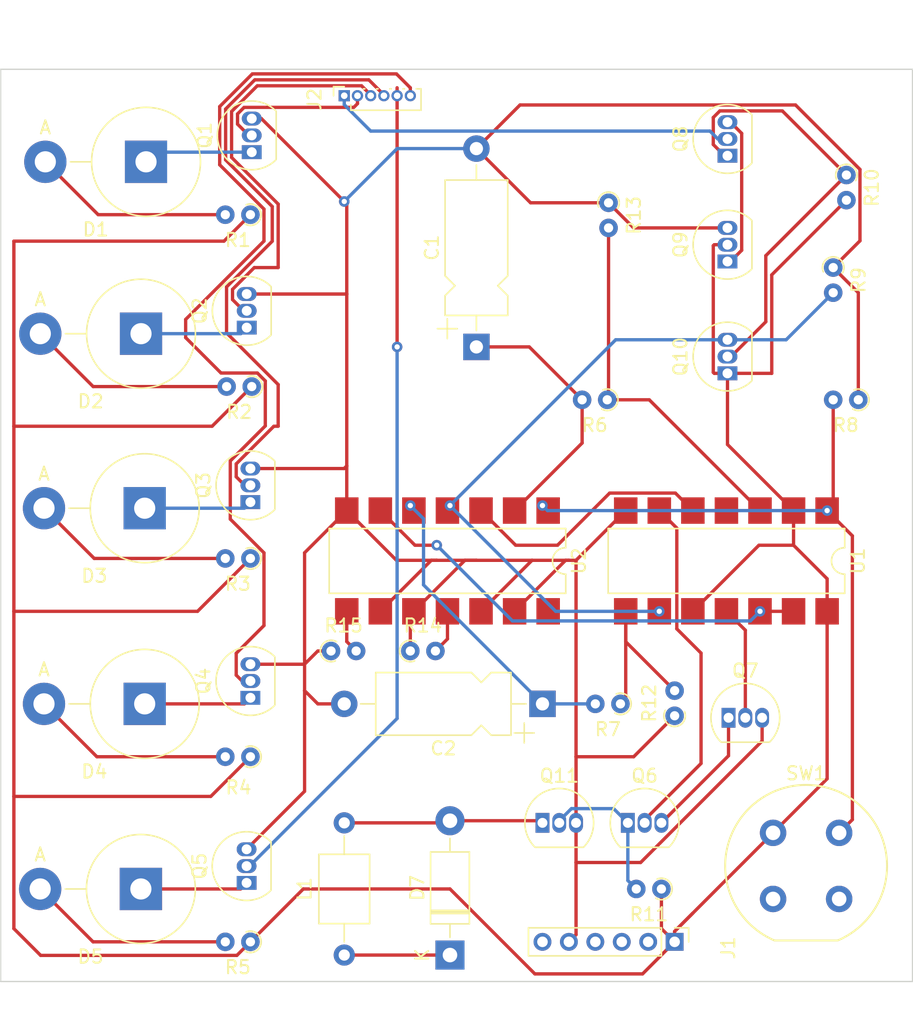
<source format=kicad_pcb>
(kicad_pcb (version 20221018) (generator pcbnew)
  (layers (0 "F.Cu" signal) (31 "B.Cu" signal) (34 "B.Paste" user) (35 "F.Paste" user) (36 "B.SilkS" user "B.Silkscreen") (37 "F.SilkS" user "F.Silkscreen") (38 "B.Mask" user) (39 "F.Mask" user) (44 "Edge.Cuts" user))
  (net 0 "")
  (net 1 "Net-(C1-Pad1)")
  (net 2 "GND")
  (net 3 "Net-(C2-Pad1)")
  (net 4 "Net-(D1-K)")
  (net 5 "Net-(D1-A)")
  (net 6 "Net-(D2-K)")
  (net 7 "Net-(D2-A)")
  (net 8 "Net-(D3-K)")
  (net 9 "Net-(D3-A)")
  (net 10 "Net-(D4-K)")
  (net 11 "Net-(D4-A)")
  (net 12 "Net-(D5-K)")
  (net 13 "Net-(D5-A)")
  (net 14 "+12V")
  (net 15 "Net-(D7-A)")
  (net 16 "+5VD")
  (net 17 "Net-(J2-Pin_1)")
  (net 18 "Net-(J2-Pin_2)")
  (net 19 "Net-(J2-Pin_3)")
  (net 20 "Net-(J2-Pin_4)")
  (net 21 "Net-(J2-Pin_5)")
  (net 22 "Net-(J2-Pin_6)")
  (net 23 "Net-(Q11-G)")
  (net 24 "Net-(Q6-G)")
  (net 25 "Net-(Q6-D)")
  (net 26 "Net-(Q7-G)")
  (net 27 "Net-(Q10-G)")
  (net 28 "Net-(Q8-D)")
  (net 29 "Net-(Q10-D)")
  (net 30 "Net-(R13-Pad2)")
  (net 31 "Net-(R12-Pad2)")
  (net 32 "Net-(R8-Pad2)")
  (net 33 "Net-(R14-Pad2)")
  (net 34 "Net-(R15-Pad2)")
  (net 35 "Net-(U1-Pad4)")
  (net 36 "Net-(U1-Pad12)")
  (footprint "Package_TO_SOT_THT:TO-92_Inline" (layer "F.Cu") (at 139.46 122)
    (fp_text reference "Q6" (at 1.27 -3.56) (layer "F.SilkS"))
    (fp_text value "2N7000")
    (pad "1" thru_hole rect (at 0 0) (size 1.05 1.5) (drill 0.75) (layers "*.Cu" "*.Mask") (net 23 "Net-(Q11-G)"))
    (pad "2" thru_hole oval (at 1.27 0) (size 1.05 1.5) (drill 0.75) (layers "*.Cu" "*.Mask") (net 24 "Net-(Q6-G)"))
    (pad "3" thru_hole oval (at 2.54 0) (size 1.05 1.5) (drill 0.75) (layers "*.Cu" "*.Mask") (net 25 "Net-(Q6-D)"))
  )
  (footprint "Diode_THT:D_5KPW_P7.62mm_Vertical_AnodeUp" (layer "F.Cu") (at 102.61 127 180)
    (fp_text reference "D5" (at 3.81 -5.12) (layer "F.SilkS"))
    (fp_text value "LED (Blue)")
    (fp_text user "A" (at 7.62 2.6) (layer "F.SilkS"))
    (pad "1" thru_hole rect (at 0 0 180) (size 3.2 3.2) (drill 1.6) (layers "*.Cu" "*.Mask") (net 12 "Net-(D5-K)"))
    (pad "2" thru_hole oval (at 7.62 0 180) (size 3.2 3.2) (drill 1.6) (layers "*.Cu" "*.Mask") (net 13 "Net-(D5-A)"))
  )
  (footprint "Resistor_THT:R_Axial_DIN0204_L3.6mm_D1.6mm_P1.90mm_Vertical" (layer "F.Cu") (at 156.9 90 180)
    (fp_text reference "R8" (at 0.95 -1.92) (layer "F.SilkS"))
    (fp_text value "1k")
    (pad "1" thru_hole circle (at 0 0 180) (size 1.4 1.4) (drill 0.7) (layers "*.Cu" "*.Mask") (net 2 "GND"))
    (pad "2" thru_hole oval (at 1.9 0 180) (size 1.4 1.4) (drill 0.7) (layers "*.Cu" "*.Mask") (net 32 "Net-(R8-Pad2)"))
  )
  (footprint "Package_TO_SOT_THT:TO-92_Inline" (layer "F.Cu") (at 111 71.27 90)
    (fp_text reference "Q1" (at 1.27 -3.56 90) (layer "F.SilkS"))
    (fp_text value "2N7000")
    (pad "1" thru_hole rect (at 0 0 90) (size 1.05 1.5) (drill 0.75) (layers "*.Cu" "*.Mask") (net 4 "Net-(D1-K)"))
    (pad "2" thru_hole oval (at 1.27 0 90) (size 1.05 1.5) (drill 0.75) (layers "*.Cu" "*.Mask") (net 18 "Net-(J2-Pin_2)"))
    (pad "3" thru_hole oval (at 2.54 0 90) (size 1.05 1.5) (drill 0.75) (layers "*.Cu" "*.Mask") (net 2 "GND"))
  )
  (footprint "Resistor_THT:R_Axial_DIN0204_L3.6mm_D1.6mm_P1.90mm_Vertical" (layer "F.Cu") (at 137.9 90 180)
    (fp_text reference "R6" (at 0.95 -1.92) (layer "F.SilkS"))
    (fp_text value "1M")
    (pad "1" thru_hole circle (at 0 0 180) (size 1.4 1.4) (drill 0.7) (layers "*.Cu" "*.Mask") (net 30 "Net-(R13-Pad2)"))
    (pad "2" thru_hole oval (at 1.9 0 180) (size 1.4 1.4) (drill 0.7) (layers "*.Cu" "*.Mask") (net 1 "Net-(C1-Pad1)"))
  )
  (footprint "Package_DIP:SMDIP-14_W7.62mm" (layer "F.Cu") (at 125.81 102.19 -90)
    (fp_text reference "U2" (at 0 -9.95 90) (layer "F.SilkS"))
    (fp_text value "74HC08")
    (pad "1" smd rect (at -3.81 -7.62 270) (size 2 1.78) (layers "F.Cu" "F.Paste" "F.Mask") (net 32 "Net-(R8-Pad2)"))
    (pad "2" smd rect (at -3.81 -5.08 270) (size 2 1.78) (layers "F.Cu" "F.Paste" "F.Mask") (net 1 "Net-(C1-Pad1)"))
    (pad "3" smd rect (at -3.81 -2.54 270) (size 2 1.78) (layers "F.Cu" "F.Paste" "F.Mask") (net 35 "Net-(U1-Pad4)"))
    (pad "4" smd rect (at -3.81 0 270) (size 2 1.78) (layers "F.Cu" "F.Paste" "F.Mask") (net 29 "Net-(Q10-D)"))
    (pad "5" smd rect (at -3.81 2.54 270) (size 2 1.78) (layers "F.Cu" "F.Paste" "F.Mask") (net 3 "Net-(C2-Pad1)"))
    (pad "6" smd rect (at -3.81 5.08 270) (size 2 1.78) (layers "F.Cu" "F.Paste" "F.Mask") (net 36 "Net-(U1-Pad12)"))
    (pad "7" smd rect (at -3.81 7.62 270) (size 2 1.78) (layers "F.Cu" "F.Paste" "F.Mask") (net 2 "GND"))
    (pad "8" smd rect (at 3.81 7.62 270) (size 2 1.78) (layers "F.Cu" "F.Paste" "F.Mask") (net 34 "Net-(R15-Pad2)"))
    (pad "9" smd rect (at 3.81 5.08 270) (size 2 1.78) (layers "F.Cu" "F.Paste" "F.Mask") (net 2 "GND"))
    (pad "10" smd rect (at 3.81 2.54 270) (size 2 1.78) (layers "F.Cu" "F.Paste" "F.Mask") (net 2 "GND"))
    (pad "11" smd rect (at 3.81 0 270) (size 2 1.78) (layers "F.Cu" "F.Paste" "F.Mask") (net 33 "Net-(R14-Pad2)"))
    (pad "12" smd rect (at 3.81 -2.54 270) (size 2 1.78) (layers "F.Cu" "F.Paste" "F.Mask") (net 2 "GND"))
    (pad "13" smd rect (at 3.81 -5.08 270) (size 2 1.78) (layers "F.Cu" "F.Paste" "F.Mask") (net 2 "GND"))
    (pad "14" smd rect (at 3.81 -7.62 270) (size 2 1.78) (layers "F.Cu" "F.Paste" "F.Mask") (net 16 "+5VD"))
  )
  (footprint "Package_TO_SOT_THT:TO-92_Inline" (layer "F.Cu") (at 110.9 97.74 90)
    (fp_text reference "Q3" (at 1.27 -3.56 90) (layer "F.SilkS"))
    (fp_text value "2N7000")
    (pad "1" thru_hole rect (at 0 0 90) (size 1.05 1.5) (drill 0.75) (layers "*.Cu" "*.Mask") (net 8 "Net-(D3-K)"))
    (pad "2" thru_hole oval (at 1.27 0 90) (size 1.05 1.5) (drill 0.75) (layers "*.Cu" "*.Mask") (net 20 "Net-(J2-Pin_4)"))
    (pad "3" thru_hole oval (at 2.54 0 90) (size 1.05 1.5) (drill 0.75) (layers "*.Cu" "*.Mask") (net 2 "GND"))
  )
  (footprint "Resistor_THT:R_Axial_DIN0204_L3.6mm_D1.6mm_P1.90mm_Vertical" (layer "F.Cu") (at 123 109)
    (fp_text reference "R14" (at 0.95 -1.92) (layer "F.SilkS"))
    (fp_text value "1k")
    (pad "1" thru_hole circle (at 0 0) (size 1.4 1.4) (drill 0.7) (layers "*.Cu" "*.Mask") (net 2 "GND"))
    (pad "2" thru_hole oval (at 1.9 0) (size 1.4 1.4) (drill 0.7) (layers "*.Cu" "*.Mask") (net 33 "Net-(R14-Pad2)"))
  )
  (footprint "Package_TO_SOT_THT:TO-92_Inline" (layer "F.Cu") (at 110.9 112.54 90)
    (fp_text reference "Q4" (at 1.27 -3.56 90) (layer "F.SilkS"))
    (fp_text value "2N7000")
    (pad "1" thru_hole rect (at 0 0 90) (size 1.05 1.5) (drill 0.75) (layers "*.Cu" "*.Mask") (net 10 "Net-(D4-K)"))
    (pad "2" thru_hole oval (at 1.27 0 90) (size 1.05 1.5) (drill 0.75) (layers "*.Cu" "*.Mask") (net 22 "Net-(J2-Pin_6)"))
    (pad "3" thru_hole oval (at 2.54 0 90) (size 1.05 1.5) (drill 0.75) (layers "*.Cu" "*.Mask") (net 2 "GND"))
  )
  (footprint "Resistor_THT:R_Axial_DIN0204_L3.6mm_D1.6mm_P1.90mm_Vertical" (layer "F.Cu") (at 111 89 180)
    (fp_text reference "R2" (at 0.95 -1.92) (layer "F.SilkS"))
    (fp_text value "330")
    (pad "1" thru_hole circle (at 0 0 180) (size 1.4 1.4) (drill 0.7) (layers "*.Cu" "*.Mask") (net 16 "+5VD"))
    (pad "2" thru_hole oval (at 1.9 0 180) (size 1.4 1.4) (drill 0.7) (layers "*.Cu" "*.Mask") (net 7 "Net-(D2-A)"))
  )
  (footprint "Button_Switch_THT:Push_E-Switch_KS01Q01" (layer "F.Cu") (at 150.45 122.756258)
    (fp_text reference "SW1" (at 2.5 -4.5) (layer "F.SilkS"))
    (fp_text value "SW_Push")
    (pad "1" thru_hole circle (at 0 0) (size 2 2) (drill 1.1) (layers "*.Cu" "*.Mask") (net 16 "+5VD"))
    (pad "2" thru_hole circle (at 5 0) (size 2 2) (drill 1.1) (layers "*.Cu" "*.Mask") (net 32 "Net-(R8-Pad2)"))
    (pad "3" thru_hole circle (at 0 5) (size 2 2) (drill 1.1) (layers "*.Cu" "*.Mask"))
    (pad "4" thru_hole circle (at 5 5) (size 2 2) (drill 1.1) (layers "*.Cu" "*.Mask"))
  )
  (footprint "Package_TO_SOT_THT:TO-92_Inline" (layer "F.Cu") (at 147.08 114.05)
    (fp_text reference "Q7" (at 1.27 -3.56) (layer "F.SilkS"))
    (fp_text value "2N7000")
    (pad "1" thru_hole rect (at 0 0) (size 1.05 1.5) (drill 0.75) (layers "*.Cu" "*.Mask") (net 25 "Net-(Q6-D)"))
    (pad "2" thru_hole oval (at 1.27 0) (size 1.05 1.5) (drill 0.75) (layers "*.Cu" "*.Mask") (net 26 "Net-(Q7-G)"))
    (pad "3" thru_hole oval (at 2.54 0) (size 1.05 1.5) (drill 0.75) (layers "*.Cu" "*.Mask") (net 2 "GND"))
  )
  (footprint "Diode_THT:D_5KPW_P7.62mm_Vertical_AnodeUp" (layer "F.Cu") (at 103 72 180)
    (fp_text reference "D1" (at 3.81 -5.12) (layer "F.SilkS"))
    (fp_text value "LED (Green)")
    (fp_text user "A" (at 7.62 2.6) (layer "F.SilkS"))
    (pad "1" thru_hole rect (at 0 0 180) (size 3.2 3.2) (drill 1.6) (layers "*.Cu" "*.Mask") (net 4 "Net-(D1-K)"))
    (pad "2" thru_hole oval (at 7.62 0 180) (size 3.2 3.2) (drill 1.6) (layers "*.Cu" "*.Mask") (net 5 "Net-(D1-A)"))
  )
  (footprint "Diode_THT:D_5KPW_P7.62mm_Vertical_AnodeUp" (layer "F.Cu") (at 102.9 98.2 180)
    (fp_text reference "D3" (at 3.81 -5.12) (layer "F.SilkS"))
    (fp_text value "LED (White)")
    (fp_text user "A" (at 7.62 2.6) (layer "F.SilkS"))
    (pad "1" thru_hole rect (at 0 0 180) (size 3.2 3.2) (drill 1.6) (layers "*.Cu" "*.Mask") (net 8 "Net-(D3-K)"))
    (pad "2" thru_hole oval (at 7.62 0 180) (size 3.2 3.2) (drill 1.6) (layers "*.Cu" "*.Mask") (net 9 "Net-(D3-A)"))
  )
  (footprint "Resistor_THT:R_Axial_DIN0204_L3.6mm_D1.6mm_P1.90mm_Vertical" (layer "F.Cu") (at 110.9 102 180)
    (fp_text reference "R3" (at 0.95 -1.92) (layer "F.SilkS"))
    (fp_text value "330")
    (pad "1" thru_hole circle (at 0 0 180) (size 1.4 1.4) (drill 0.7) (layers "*.Cu" "*.Mask") (net 16 "+5VD"))
    (pad "2" thru_hole oval (at 1.9 0 180) (size 1.4 1.4) (drill 0.7) (layers "*.Cu" "*.Mask") (net 9 "Net-(D3-A)"))
  )
  (footprint "Resistor_THT:R_Axial_DIN0204_L3.6mm_D1.6mm_P1.90mm_Vertical" (layer "F.Cu") (at 110.9 117 180)
    (fp_text reference "R4" (at 0.905023 -2.327913) (layer "F.SilkS"))
    (fp_text value "330")
    (pad "1" thru_hole circle (at 0 0 180) (size 1.4 1.4) (drill 0.7) (layers "*.Cu" "*.Mask") (net 16 "+5VD"))
    (pad "2" thru_hole oval (at 1.9 0 180) (size 1.4 1.4) (drill 0.7) (layers "*.Cu" "*.Mask") (net 11 "Net-(D4-A)"))
  )
  (footprint "Resistor_THT:R_Axial_DIN0204_L3.6mm_D1.6mm_P1.90mm_Vertical" (layer "F.Cu") (at 155 80 -90)
    (fp_text reference "R9" (at 0.95 -1.92 90) (layer "F.SilkS"))
    (fp_text value "1k")
    (pad "1" thru_hole circle (at 0 0 270) (size 1.4 1.4) (drill 0.7) (layers "*.Cu" "*.Mask") (net 2 "GND"))
    (pad "2" thru_hole oval (at 1.9 0 270) (size 1.4 1.4) (drill 0.7) (layers "*.Cu" "*.Mask") (net 29 "Net-(Q10-D)"))
  )
  (footprint "Package_TO_SOT_THT:TO-92_Inline" (layer "F.Cu") (at 110.61 126.54 90)
    (fp_text reference "Q5" (at 1.27 -3.56 90) (layer "F.SilkS"))
    (fp_text value "2N7000")
    (pad "1" thru_hole rect (at 0 0 90) (size 1.05 1.5) (drill 0.75) (layers "*.Cu" "*.Mask") (net 12 "Net-(D5-K)"))
    (pad "2" thru_hole oval (at 1.27 0 90) (size 1.05 1.5) (drill 0.75) (layers "*.Cu" "*.Mask") (net 21 "Net-(J2-Pin_5)"))
    (pad "3" thru_hole oval (at 2.54 0 90) (size 1.05 1.5) (drill 0.75) (layers "*.Cu" "*.Mask") (net 2 "GND"))
  )
  (footprint "Resistor_THT:R_Axial_DIN0204_L3.6mm_D1.6mm_P1.90mm_Vertical" (layer "F.Cu") (at 142 127 180)
    (fp_text reference "R11" (at 0.95 -1.92) (layer "F.SilkS"))
    (fp_text value "1k")
    (pad "1" thru_hole circle (at 0 0 180) (size 1.4 1.4) (drill 0.7) (layers "*.Cu" "*.Mask") (net 16 "+5VD"))
    (pad "2" thru_hole oval (at 1.9 0 180) (size 1.4 1.4) (drill 0.7) (layers "*.Cu" "*.Mask") (net 23 "Net-(Q11-G)"))
  )
  (footprint "Connector_PinHeader_2.00mm:PinHeader_1x06_P2.00mm_Vertical" (layer "F.Cu") (at 143 131 -90)
    (fp_text reference "J1" (at 0.46 -4.06 90) (layer "F.SilkS"))
    (fp_text value "Conn_01x06_Pin")
    (pad "1" thru_hole rect (at 0 0 270) (size 1.35 1.35) (drill 0.8) (layers "*.Cu" "*.Mask") (net 16 "+5VD"))
    (pad "2" thru_hole oval (at 0 2 270) (size 1.35 1.35) (drill 0.8) (layers "*.Cu" "*.Mask") (net 2 "GND"))
    (pad "3" thru_hole oval (at 0 4 270) (size 1.35 1.35) (drill 0.8) (layers "*.Cu" "*.Mask") (net 2 "GND"))
    (pad "4" thru_hole oval (at 0 6 270) (size 1.35 1.35) (drill 0.8) (layers "*.Cu" "*.Mask") (net 2 "GND"))
    (pad "5" thru_hole oval (at 0 8 270) (size 1.35 1.35) (drill 0.8) (layers "*.Cu" "*.Mask") (net 2 "GND"))
    (pad "6" thru_hole oval (at 0 10 270) (size 1.35 1.35) (drill 0.8) (layers "*.Cu" "*.Mask") (net 2 "GND"))
  )
  (footprint "Resistor_THT:R_Axial_DIN0204_L3.6mm_D1.6mm_P1.90mm_Vertical" (layer "F.Cu") (at 117 109)
    (fp_text reference "R15" (at 0.95 -1.92) (layer "F.SilkS"))
    (fp_text value "1k")
    (pad "1" thru_hole circle (at 0 0) (size 1.4 1.4) (drill 0.7) (layers "*.Cu" "*.Mask") (net 2 "GND"))
    (pad "2" thru_hole oval (at 1.9 0) (size 1.4 1.4) (drill 0.7) (layers "*.Cu" "*.Mask") (net 34 "Net-(R15-Pad2)"))
  )
  (footprint "Resistor_THT:R_Axial_DIN0204_L3.6mm_D1.6mm_P1.90mm_Vertical" (layer "F.Cu") (at 156 73 -90)
    (fp_text reference "R10" (at 0.95 -1.92 90) (layer "F.SilkS"))
    (fp_text value "1k")
    (pad "1" thru_hole circle (at 0 0 270) (size 1.4 1.4) (drill 0.7) (layers "*.Cu" "*.Mask") (net 27 "Net-(Q10-G)"))
    (pad "2" thru_hole oval (at 1.9 0 270) (size 1.4 1.4) (drill 0.7) (layers "*.Cu" "*.Mask") (net 16 "+5VD"))
  )
  (footprint "Diode_THT:D_5KPW_P7.62mm_Vertical_AnodeUp" (layer "F.Cu") (at 102.62 85 180)
    (fp_text reference "D2" (at 3.81 -5.12) (layer "F.SilkS"))
    (fp_text value "LED (Red)")
    (fp_text user "A" (at 7.62 2.6) (layer "F.SilkS"))
    (pad "1" thru_hole rect (at 0 0 180) (size 3.2 3.2) (drill 1.6) (layers "*.Cu" "*.Mask") (net 6 "Net-(D2-K)"))
    (pad "2" thru_hole oval (at 7.62 0 180) (size 3.2 3.2) (drill 1.6) (layers "*.Cu" "*.Mask") (net 7 "Net-(D2-A)"))
  )
  (footprint "Resistor_THT:R_Axial_DIN0204_L3.6mm_D1.6mm_P1.90mm_Vertical" (layer "F.Cu") (at 143 113.9 90)
    (fp_text reference "R12" (at 0.95 -1.92 90) (layer "F.SilkS"))
    (fp_text value "1k")
    (pad "1" thru_hole circle (at 0 0 90) (size 1.4 1.4) (drill 0.7) (layers "*.Cu" "*.Mask") (net 2 "GND"))
    (pad "2" thru_hole oval (at 1.9 0 90) (size 1.4 1.4) (drill 0.7) (layers "*.Cu" "*.Mask") (net 31 "Net-(R12-Pad2)"))
  )
  (footprint "Connector_PinSocket_1.00mm:PinSocket_1x06_P1.00mm_Vertical" (layer "F.Cu") (at 118 67 90)
    (fp_text reference "J2" (at -0.29 -2.25 90) (layer "F.SilkS"))
    (fp_text value "Conn_01x06_Socket")
    (pad "1" thru_hole rect (at 0 0 90) (size 0.85 0.85) (drill 0.5) (layers "*.Cu" "*.Mask") (net 17 "Net-(J2-Pin_1)"))
    (pad "2" thru_hole oval (at 0 1 90) (size 0.85 0.85) (drill 0.5) (layers "*.Cu" "*.Mask") (net 18 "Net-(J2-Pin_2)"))
    (pad "3" thru_hole oval (at 0 2 90) (size 0.85 0.85) (drill 0.5) (layers "*.Cu" "*.Mask") (net 19 "Net-(J2-Pin_3)"))
    (pad "4" thru_hole oval (at 0 3 90) (size 0.85 0.85) (drill 0.5) (layers "*.Cu" "*.Mask") (net 20 "Net-(J2-Pin_4)"))
    (pad "5" thru_hole oval (at 0 4 90) (size 0.85 0.85) (drill 0.5) (layers "*.Cu" "*.Mask") (net 21 "Net-(J2-Pin_5)"))
    (pad "6" thru_hole oval (at 0 5 90) (size 0.85 0.85) (drill 0.5) (layers "*.Cu" "*.Mask") (net 22 "Net-(J2-Pin_6)"))
  )
  (footprint "Diode_THT:D_5KPW_P7.62mm_Vertical_AnodeUp" (layer "F.Cu") (at 102.9 113 180)
    (fp_text reference "D4" (at 3.81 -5.12) (layer "F.SilkS"))
    (fp_text value "LED (Yellow)")
    (fp_text user "A" (at 7.62 2.6) (layer "F.SilkS"))
    (pad "1" thru_hole rect (at 0 0 180) (size 3.2 3.2) (drill 1.6) (layers "*.Cu" "*.Mask") (net 10 "Net-(D4-K)"))
    (pad "2" thru_hole oval (at 7.62 0 180) (size 3.2 3.2) (drill 1.6) (layers "*.Cu" "*.Mask") (net 11 "Net-(D4-A)"))
  )
  (footprint "Package_TO_SOT_THT:TO-92_Inline" (layer "F.Cu") (at 110.62 84.54 90)
    (fp_text reference "Q2" (at 1.27 -3.56 90) (layer "F.SilkS"))
    (fp_text value "2N7000")
    (pad "1" thru_hole rect (at 0 0 90) (size 1.05 1.5) (drill 0.75) (layers "*.Cu" "*.Mask") (net 6 "Net-(D2-K)"))
    (pad "2" thru_hole oval (at 1.27 0 90) (size 1.05 1.5) (drill 0.75) (layers "*.Cu" "*.Mask") (net 19 "Net-(J2-Pin_3)"))
    (pad "3" thru_hole oval (at 2.54 0 90) (size 1.05 1.5) (drill 0.75) (layers "*.Cu" "*.Mask") (net 2 "GND"))
  )
  (footprint "Package_TO_SOT_THT:TO-92_Inline" (layer "F.Cu") (at 133 122)
    (fp_text reference "Q11" (at 1.27 -3.56) (layer "F.SilkS"))
    (fp_text value "2N7000")
    (pad "1" thru_hole rect (at 0 0) (size 1.05 1.5) (drill 0.75) (layers "*.Cu" "*.Mask") (net 15 "Net-(D7-A)"))
    (pad "2" thru_hole oval (at 1.27 0) (size 1.05 1.5) (drill 0.75) (layers "*.Cu" "*.Mask") (net 23 "Net-(Q11-G)"))
    (pad "3" thru_hole oval (at 2.54 0) (size 1.05 1.5) (drill 0.75) (layers "*.Cu" "*.Mask") (net 2 "GND"))
  )
  (footprint "Resistor_THT:R_Axial_DIN0204_L3.6mm_D1.6mm_P1.90mm_Vertical" (layer "F.Cu") (at 138.9 113 180)
    (fp_text reference "R7" (at 0.95 -1.92) (layer "F.SilkS"))
    (fp_text value "1M")
    (pad "1" thru_hole circle (at 0 0 180) (size 1.4 1.4) (drill 0.7) (layers "*.Cu" "*.Mask") (net 31 "Net-(R12-Pad2)"))
    (pad "2" thru_hole oval (at 1.9 0 180) (size 1.4 1.4) (drill 0.7) (layers "*.Cu" "*.Mask") (net 3 "Net-(C2-Pad1)"))
  )
  (footprint "Package_TO_SOT_THT:TO-92_Inline" (layer "F.Cu") (at 147 79.54 90)
    (fp_text reference "Q9" (at 1.27 -3.56 90) (layer "F.SilkS"))
    (fp_text value "2N7000")
    (pad "1" thru_hole rect (at 0 0 90) (size 1.05 1.5) (drill 0.75) (layers "*.Cu" "*.Mask") (net 28 "Net-(Q8-D)"))
    (pad "2" thru_hole oval (at 1.27 0 90) (size 1.05 1.5) (drill 0.75) (layers "*.Cu" "*.Mask") (net 16 "+5VD"))
    (pad "3" thru_hole oval (at 2.54 0 90) (size 1.05 1.5) (drill 0.75) (layers "*.Cu" "*.Mask") (net 2 "GND"))
  )
  (footprint "Resistor_THT:R_Axial_DIN0204_L3.6mm_D1.6mm_P1.90mm_Vertical" (layer "F.Cu") (at 110.9 76 180)
    (fp_text reference "R1" (at 0.95 -1.92) (layer "F.SilkS"))
    (fp_text value "330")
    (pad "1" thru_hole circle (at 0 0 180) (size 1.4 1.4) (drill 0.7) (layers "*.Cu" "*.Mask") (net 16 "+5VD"))
    (pad "2" thru_hole oval (at 1.9 0 180) (size 1.4 1.4) (drill 0.7) (layers "*.Cu" "*.Mask") (net 5 "Net-(D1-A)"))
  )
  (footprint "Diode_THT:D_DO-41_SOD81_P10.16mm_Horizontal" (layer "F.Cu") (at 126 132 90)
    (fp_text reference "D7" (at 5.08 -2.47 90) (layer "F.SilkS"))
    (fp_text value "1N4001")
    (fp_text user "K" (at 0 -2.1 90) (layer "F.SilkS"))
    (pad "1" thru_hole rect (at 0 0 90) (size 2.2 2.2) (drill 1.1) (layers "*.Cu" "*.Mask") (net 14 "+12V"))
    (pad "2" thru_hole oval (at 10.16 0 90) (size 2.2 2.2) (drill 1.1) (layers "*.Cu" "*.Mask") (net 15 "Net-(D7-A)"))
  )
  (footprint "Package_TO_SOT_THT:TO-92_Inline" (layer "F.Cu") (at 147 71.54 90)
    (fp_text reference "Q8" (at 1.27 -3.56 90) (layer "F.SilkS"))
    (fp_text value "2N7000")
    (pad "1" thru_hole rect (at 0 0 90) (size 1.05 1.5) (drill 0.75) (layers "*.Cu" "*.Mask") (net 27 "Net-(Q10-G)"))
    (pad "2" thru_hole oval (at 1.27 0 90) (size 1.05 1.5) (drill 0.75) (layers "*.Cu" "*.Mask") (net 17 "Net-(J2-Pin_1)"))
    (pad "3" thru_hole oval (at 2.54 0 90) (size 1.05 1.5) (drill 0.75) (layers "*.Cu" "*.Mask") (net 28 "Net-(Q8-D)"))
  )
  (footprint "Resistor_THT:R_Axial_DIN0204_L3.6mm_D1.6mm_P1.90mm_Vertical" (layer "F.Cu") (at 138 75.1 -90)
    (fp_text reference "R13" (at 0.95 -1.92 90) (layer "F.SilkS"))
    (fp_text value "1k")
    (pad "1" thru_hole circle (at 0 0 270) (size 1.4 1.4) (drill 0.7) (layers "*.Cu" "*.Mask") (net 2 "GND"))
    (pad "2" thru_hole oval (at 1.9 0 270) (size 1.4 1.4) (drill 0.7) (layers "*.Cu" "*.Mask") (net 30 "Net-(R13-Pad2)"))
  )
  (footprint "Package_DIP:SMDIP-14_W7.62mm" (layer "F.Cu") (at 146.92 102.19 -90)
    (fp_text reference "U1" (at 0 -9.95 90) (layer "F.SilkS"))
    (fp_text value "74HC00")
    (pad "1" smd rect (at -3.81 -7.62 270) (size 2 1.78) (layers "F.Cu" "F.Paste" "F.Mask") (net 32 "Net-(R8-Pad2)"))
    (pad "2" smd rect (at -3.81 -5.08 270) (size 2 1.78) (layers "F.Cu" "F.Paste" "F.Mask") (net 16 "+5VD"))
    (pad "3" smd rect (at -3.81 -2.54 270) (size 2 1.78) (layers "F.Cu" "F.Paste" "F.Mask") (net 30 "Net-(R13-Pad2)"))
    (pad "4" smd rect (at -3.81 0 270) (size 2 1.78) (layers "F.Cu" "F.Paste" "F.Mask") (net 35 "Net-(U1-Pad4)"))
    (pad "5" smd rect (at -3.81 2.54 270) (size 2 1.78) (layers "F.Cu" "F.Paste" "F.Mask") (net 35 "Net-(U1-Pad4)"))
    (pad "6" smd rect (at -3.81 5.08 270) (size 2 1.78) (layers "F.Cu" "F.Paste" "F.Mask") (net 24 "Net-(Q6-G)"))
    (pad "7" smd rect (at -3.81 7.62 270) (size 2 1.78) (layers "F.Cu" "F.Paste" "F.Mask") (net 2 "GND"))
    (pad "8" smd rect (at 3.81 7.62 270) (size 2 1.78) (layers "F.Cu" "F.Paste" "F.Mask") (net 31 "Net-(R12-Pad2)"))
    (pad "9" smd rect (at 3.81 5.08 270) (size 2 1.78) (layers "F.Cu" "F.Paste" "F.Mask") (net 29 "Net-(Q10-D)"))
    (pad "10" smd rect (at 3.81 2.54 270) (size 2 1.78) (layers "F.Cu" "F.Paste" "F.Mask") (net 16 "+5VD"))
    (pad "11" smd rect (at 3.81 0 270) (size 2 1.78) (layers "F.Cu" "F.Paste" "F.Mask") (net 26 "Net-(Q7-G)"))
    (pad "12" smd rect (at 3.81 -2.54 270) (size 2 1.78) (layers "F.Cu" "F.Paste" "F.Mask") (net 36 "Net-(U1-Pad12)"))
    (pad "13" smd rect (at 3.81 -5.08 270) (size 2 1.78) (layers "F.Cu" "F.Paste" "F.Mask") (net 36 "Net-(U1-Pad12)"))
    (pad "14" smd rect (at 3.81 -7.62 270) (size 2 1.78) (layers "F.Cu" "F.Paste" "F.Mask") (net 16 "+5VD"))
  )
  (footprint "Package_TO_SOT_THT:TO-92_Inline" (layer "F.Cu") (at 147 88 90)
    (fp_text reference "Q10" (at 1.27 -3.56 90) (layer "F.SilkS"))
    (fp_text value "2N7000")
    (pad "1" thru_hole rect (at 0 0 90) (size 1.05 1.5) (drill 0.75) (layers "*.Cu" "*.Mask") (net 16 "+5VD"))
    (pad "2" thru_hole oval (at 1.27 0 90) (size 1.05 1.5) (drill 0.75) (layers "*.Cu" "*.Mask") (net 27 "Net-(Q10-G)"))
    (pad "3" thru_hole oval (at 2.54 0 90) (size 1.05 1.5) (drill 0.75) (layers "*.Cu" "*.Mask") (net 29 "Net-(Q10-D)"))
  )
  (footprint "Capacitor_THT:CP_Axial_L10.0mm_D4.5mm_P15.00mm_Horizontal" (layer "F.Cu") (at 128 86 90)
    (fp_text reference "C1" (at 7.5 -3.37 90) (layer "F.SilkS"))
    (fp_text value "1u")
    (pad "1" thru_hole rect (at 0 0 90) (size 2 2) (drill 1) (layers "*.Cu" "*.Mask") (net 1 "Net-(C1-Pad1)"))
    (pad "2" thru_hole oval (at 15 0 90) (size 2 2) (drill 1) (layers "*.Cu" "*.Mask") (net 2 "GND"))
  )
  (footprint "Inductor_THT:L_Axial_L5.0mm_D3.6mm_P10.00mm_Horizontal_Murata_BL01RN1A2A2" (layer "F.Cu") (at 118 132 90)
    (fp_text reference "L1" (at 5 -3 90) (layer "F.SilkS"))
    (fp_text value "L")
    (pad "1" thru_hole circle (at 0 0 90) (size 1.6 1.6) (drill 0.85) (layers "*.Cu" "*.Mask") (net 14 "+12V"))
    (pad "2" thru_hole oval (at 10 0 90) (size 1.6 1.6) (drill 0.85) (layers "*.Cu" "*.Mask") (net 15 "Net-(D7-A)"))
  )
  (footprint "Resistor_THT:R_Axial_DIN0204_L3.6mm_D1.6mm_P1.90mm_Vertical" (layer "F.Cu") (at 110.9 131 180)
    (fp_text reference "R5" (at 0.95 -1.92) (layer "F.SilkS"))
    (fp_text value "330")
    (pad "1" thru_hole circle (at 0 0 180) (size 1.4 1.4) (drill 0.7) (layers "*.Cu" "*.Mask") (net 16 "+5VD"))
    (pad "2" thru_hole oval (at 1.9 0 180) (size 1.4 1.4) (drill 0.7) (layers "*.Cu" "*.Mask") (net 13 "Net-(D5-A)"))
  )
  (footprint "Capacitor_THT:CP_Axial_L10.0mm_D4.5mm_P15.00mm_Horizontal" (layer "F.Cu") (at 133 113 180)
    (fp_text reference "C2" (at 7.5 -3.37) (layer "F.SilkS"))
    (fp_text value "1u")
    (pad "1" thru_hole rect (at 0 0 180) (size 2 2) (drill 1) (layers "*.Cu" "*.Mask") (net 3 "Net-(C2-Pad1)"))
    (pad "2" thru_hole oval (at 15 0 180) (size 2 2) (drill 1) (layers "*.Cu" "*.Mask") (net 2 "GND"))
  )
  (gr_rect (start 92 65) (end 161 134) (stroke (width 0.1)) (fill none) (layer "Edge.Cuts"))
  (segment (start 128 86) (end 132 86) (width 0.25) (layer "F.Cu") (net 1))
  (segment (start 136 90) (end 136 93.27) (width 0.25) (layer "F.Cu") (net 1))
  (segment (start 136 93.27) (end 130.89 98.38) (width 0.25) (layer "F.Cu") (net 1))
  (segment (start 132 86) (end 136 90) (width 0.25) (layer "F.Cu") (net 1))
  (segment (start 116 109) (end 115 110) (width 0.25) (layer "F.Cu") (net 2))
  (segment (start 118 113) (end 116 113) (width 0.25) (layer "F.Cu") (net 2))
  (segment (start 131.3 67.7) (end 128 71) (width 0.25) (layer "F.Cu") (net 2))
  (segment (start 123 106.27) (end 123.27 106) (width 0.25) (layer "F.Cu") (net 2))
  (segment (start 134.75 102.14) (end 135 102.14) (width 0.25) (layer "F.Cu") (net 2))
  (segment (start 147 77) (end 139.9 77) (width 0.25) (layer "F.Cu") (net 2))
  (segment (start 115 110) (end 115 101.57) (width 0.25) (layer "F.Cu") (net 2))
  (segment (start 123 109) (end 123 106.27) (width 0.25) (layer "F.Cu") (net 2))
  (segment (start 138 75.1) (end 132.1 75.1) (width 0.25) (layer "F.Cu") (net 2))
  (segment (start 135 131) (end 135.54 130.46) (width 0.25) (layer "F.Cu") (net 2))
  (segment (start 124.59 102.14) (end 125 102.14) (width 0.25) (layer "F.Cu") (net 2))
  (segment (start 130.89 106) (end 134.75 102.14) (width 0.25) (layer "F.Cu") (net 2))
  (segment (start 118.19 98.38) (end 121.95 102.14) (width 0.25) (layer "F.Cu") (net 2))
  (segment (start 121.95 102.14) (end 125 102.14) (width 0.25) (layer "F.Cu") (net 2))
  (segment (start 135.54 122) (end 135.54 117) (width 0.25) (layer "F.Cu") (net 2))
  (segment (start 149.62 115.807082) (end 140.427082 125) (width 0.25) (layer "F.Cu") (net 2))
  (segment (start 157.025 72.575431) (end 152.149569 67.7) (width 0.25) (layer "F.Cu") (net 2))
  (segment (start 132.1 75.1) (end 128 71) (width 0.25) (layer "F.Cu") (net 2))
  (segment (start 118.19 95) (end 118.19 98.38) (width 0.25) (layer "F.Cu") (net 2))
  (segment (start 117 109) (end 116 109) (width 0.25) (layer "F.Cu") (net 2))
  (segment (start 117.99 95.2) (end 118.19 95) (width 0.25) (layer "F.Cu") (net 2))
  (segment (start 123.27 106) (end 127.13 102.14) (width 0.25) (layer "F.Cu") (net 2))
  (segment (start 111 68.73) (end 111.73 68.73) (width 0.25) (layer "F.Cu") (net 2))
  (segment (start 135 102.14) (end 135.54 102.14) (width 0.25) (layer "F.Cu") (net 2))
  (segment (start 139.9 77) (end 138 75.1) (width 0.25) (layer "F.Cu") (net 2))
  (segment (start 156.9 81.9) (end 156.9 90) (width 0.25) (layer "F.Cu") (net 2))
  (segment (start 128.35 106) (end 132.21 102.14) (width 0.25) (layer "F.Cu") (net 2))
  (segment (start 132.21 102.14) (end 135 102.14) (width 0.25) (layer "F.Cu") (net 2))
  (segment (start 127.13 102.14) (end 128 102.14) (width 0.25) (layer "F.Cu") (net 2))
  (segment (start 135.54 125) (end 135.54 122) (width 0.25) (layer "F.Cu") (net 2))
  (segment (start 140.427082 125) (end 135.54 125) (width 0.25) (layer "F.Cu") (net 2))
  (segment (start 110.62 82) (end 118.19 82) (width 0.25) (layer "F.Cu") (net 2))
  (segment (start 111.73 68.73) (end 118.19 75.19) (width 0.25) (layer "F.Cu") (net 2))
  (segment (start 115 101.57) (end 118.19 98.38) (width 0.25) (layer "F.Cu") (net 2))
  (segment (start 149.62 114.05) (end 149.62 115.807082) (width 0.25) (layer "F.Cu") (net 2))
  (segment (start 155 80) (end 157.025 77.975) (width 0.25) (layer "F.Cu") (net 2))
  (segment (start 157.025 77.975) (end 157.025 72.575431) (width 0.25) (layer "F.Cu") (net 2))
  (segment (start 116 113) (end 115 112) (width 0.25) (layer "F.Cu") (net 2))
  (segment (start 152.149569 67.7) (end 131.3 67.7) (width 0.25) (layer "F.Cu") (net 2))
  (segment (start 143 113.9) (end 139.9 117) (width 0.25) (layer "F.Cu") (net 2))
  (segment (start 135.54 102.14) (end 139.3 98.38) (width 0.25) (layer "F.Cu") (net 2))
  (segment (start 155 80) (end 156.9 81.9) (width 0.25) (layer "F.Cu") (net 2))
  (segment (start 118.19 75.19) (end 118.19 82) (width 0.25) (layer "F.Cu") (net 2))
  (segment (start 115 112) (end 115 110) (width 0.25) (layer "F.Cu") (net 2))
  (segment (start 125 102.14) (end 128 102.14) (width 0.25) (layer "F.Cu") (net 2))
  (segment (start 139.9 117) (end 135.54 117) (width 0.25) (layer "F.Cu") (net 2))
  (segment (start 110.61 124) (end 115 119.61) (width 0.25) (layer "F.Cu") (net 2))
  (segment (start 115 119.61) (end 115 112) (width 0.25) (layer "F.Cu") (net 2))
  (segment (start 128 102.14) (end 132.21 102.14) (width 0.25) (layer "F.Cu") (net 2))
  (segment (start 135.54 117) (end 135.54 102.14) (width 0.25) (layer "F.Cu") (net 2))
  (segment (start 120.73 106) (end 124.59 102.14) (width 0.25) (layer "F.Cu") (net 2))
  (segment (start 110.9 110) (end 115 110) (width 0.25) (layer "F.Cu") (net 2))
  (segment (start 110.9 95.2) (end 117.99 95.2) (width 0.25) (layer "F.Cu") (net 2))
  (segment (start 118.19 82) (end 118.19 95) (width 0.25) (layer "F.Cu") (net 2))
  (segment (start 135.54 130.46) (end 135.54 125) (width 0.25) (layer "F.Cu") (net 2))
  (via (at 118 75) (size 0.8) (drill 0.4) (layers "F.Cu" "B.Cu") (net 2))
  (segment (start 128 71) (end 122 71) (width 0.25) (layer "B.Cu") (net 2))
  (segment (start 122 71) (end 118 75) (width 0.25) (layer "B.Cu") (net 2))
  (via (at 123 98) (size 0.8) (drill 0.4) (layers "F.Cu" "B.Cu") (net 3))
  (segment (start 124 104) (end 124 99) (width 0.25) (layer "B.Cu") (net 3))
  (segment (start 133 113) (end 124 104) (width 0.25) (layer "B.Cu") (net 3))
  (segment (start 137 113) (end 133 113) (width 0.25) (layer "B.Cu") (net 3))
  (segment (start 124 99) (end 123 98) (width 0.25) (layer "B.Cu") (net 3))
  (segment (start 103.73 71.27) (end 103 72) (width 0.25) (layer "B.Cu") (net 4))
  (segment (start 111 71.27) (end 103.73 71.27) (width 0.25) (layer "B.Cu") (net 4))
  (segment (start 99.38 76) (end 109 76) (width 0.25) (layer "F.Cu") (net 5))
  (segment (start 95.38 72) (end 99.38 76) (width 0.25) (layer "F.Cu") (net 5))
  (segment (start 102.62 85) (end 110.16 85) (width 0.25) (layer "B.Cu") (net 6))
  (segment (start 110.16 85) (end 110.62 84.54) (width 0.25) (layer "B.Cu") (net 6))
  (segment (start 99 89) (end 109.1 89) (width 0.25) (layer "F.Cu") (net 7))
  (segment (start 95 85) (end 99 89) (width 0.25) (layer "F.Cu") (net 7))
  (segment (start 102.9 98.2) (end 110.44 98.2) (width 0.25) (layer "B.Cu") (net 8))
  (segment (start 110.44 98.2) (end 110.9 97.74) (width 0.25) (layer "B.Cu") (net 8))
  (segment (start 95.28 98.2) (end 99.08 102) (width 0.25) (layer "F.Cu") (net 9))
  (segment (start 99.08 102) (end 109 102) (width 0.25) (layer "F.Cu") (net 9))
  (segment (start 110.44 113) (end 110.9 112.54) (width 0.25) (layer "F.Cu") (net 10))
  (segment (start 102.9 113) (end 110.44 113) (width 0.25) (layer "F.Cu") (net 10))
  (segment (start 95.28 113) (end 99.28 117) (width 0.25) (layer "F.Cu") (net 11))
  (segment (start 99.28 117) (end 109 117) (width 0.25) (layer "F.Cu") (net 11))
  (segment (start 102.61 127) (end 110.15 127) (width 0.25) (layer "F.Cu") (net 12))
  (segment (start 110.15 127) (end 110.61 126.54) (width 0.25) (layer "F.Cu") (net 12))
  (segment (start 98.99 131) (end 109 131) (width 0.25) (layer "F.Cu") (net 13))
  (segment (start 94.99 127) (end 98.99 131) (width 0.25) (layer "F.Cu") (net 13))
  (segment (start 126 132) (end 118 132) (width 0.25) (layer "F.Cu") (net 14))
  (segment (start 125.84 122) (end 126 121.84) (width 0.25) (layer "F.Cu") (net 15))
  (segment (start 132.84 121.84) (end 133 122) (width 0.25) (layer "F.Cu") (net 15))
  (segment (start 118 122) (end 125.84 122) (width 0.25) (layer "F.Cu") (net 15))
  (segment (start 126 121.84) (end 132.84 121.84) (width 0.25) (layer "F.Cu") (net 15))
  (segment (start 132.425 133.425) (end 126 127) (width 0.25) (layer "F.Cu") (net 16))
  (segment (start 152 101) (end 154.54 103.54) (width 0.25) (layer "F.Cu") (net 16))
  (segment (start 107.9 120) (end 93 120) (width 0.25) (layer "F.Cu") (net 16))
  (segment (start 93 130) (end 93 120) (width 0.25) (layer "F.Cu") (net 16))
  (segment (start 143 131) (end 143 130.206258) (width 0.25) (layer "F.Cu") (net 16))
  (segment (start 110.9 131) (end 109.875 132.025) (width 0.25) (layer "F.Cu") (net 16))
  (segment (start 145.925 78.345) (end 145.925 87.925) (width 0.25) (layer "F.Cu") (net 16))
  (segment (start 152 98.38) (end 152 101) (width 0.25) (layer "F.Cu") (net 16))
  (segment (start 93 78) (end 108.9 78) (width 0.25) (layer "F.Cu") (net 16))
  (segment (start 143.103129 130.103129) (end 150.45 122.756258) (width 0.25) (layer "F.Cu") (net 16))
  (segment (start 109.875 132.025) (end 95.025 132.025) (width 0.25) (layer "F.Cu") (net 16))
  (segment (start 126 127) (end 114.9 127) (width 0.25) (layer "F.Cu") (net 16))
  (segment (start 93 106) (end 93 92) (width 0.25) (layer "F.Cu") (net 16))
  (segment (start 95.025 132.025) (end 93 130) (width 0.25) (layer "F.Cu") (net 16))
  (segment (start 144.38 128.826258) (end 143.103129 130.103129) (width 0.25) (layer "F.Cu") (net 16))
  (segment (start 110.9 102) (end 106.9 106) (width 0.25) (layer "F.Cu") (net 16))
  (segment (start 145.925 87.925) (end 146 88) (width 0.25) (layer "F.Cu") (net 16))
  (segment (start 142 127) (end 142 130) (width 0.25) (layer "F.Cu") (net 16))
  (segment (start 147 93.38) (end 152 98.38) (width 0.25) (layer "F.Cu") (net 16))
  (segment (start 149.38 101) (end 152 101) (width 0.25) (layer "F.Cu") (net 16))
  (segment (start 143 131) (end 140.575 133.425) (width 0.25) (layer "F.Cu") (net 16))
  (segment (start 154.54 106) (end 154.54 107) (width 0.25) (layer "F.Cu") (net 16))
  (segment (start 150.349569 88) (end 150.349569 80.550431) (width 0.25) (layer "F.Cu") (net 16))
  (segment (start 108 92) (end 93 92) (width 0.25) (layer "F.Cu") (net 16))
  (segment (start 106.9 106) (end 93 106) (width 0.25) (layer "F.Cu") (net 16))
  (segment (start 150.349569 80.550431) (end 156 74.9) (width 0.25) (layer "F.Cu") (net 16))
  (segment (start 110.9 117) (end 107.9 120) (width 0.25) (layer "F.Cu") (net 16))
  (segment (start 108.9 78) (end 110.9 76) (width 0.25) (layer "F.Cu") (net 16))
  (segment (start 140.575 133.425) (end 132.425 133.425) (width 0.25) (layer "F.Cu") (net 16))
  (segment (start 111 89) (end 108 92) (width 0.25) (layer "F.Cu") (net 16))
  (segment (start 154.54 107) (end 154.54 118.666258) (width 0.25) (layer "F.Cu") (net 16))
  (segment (start 114.9 127) (end 110.9 131) (width 0.25) (layer "F.Cu") (net 16))
  (segment (start 146 78.27) (end 145.925 78.345) (width 0.25) (layer "F.Cu") (net 16))
  (segment (start 144.38 106) (end 149.38 101) (width 0.25) (layer "F.Cu") (net 16))
  (segment (start 154.54 103.54) (end 154.54 107) (width 0.25) (layer "F.Cu") (net 16))
  (segment (start 143 130.206258) (end 143.103129 130.103129) (width 0.25) (layer "F.Cu") (net 16))
  (segment (start 93 92) (end 93 78) (width 0.25) (layer "F.Cu") (net 16))
  (segment (start 93 120) (end 93 106) (width 0.25) (layer "F.Cu") (net 16))
  (segment (start 154.54 118.666258) (end 150.45 122.756258) (width 0.25) (layer "F.Cu") (net 16))
  (segment (start 147 88) (end 150.349569 88) (width 0.25) (layer "F.Cu") (net 16))
  (segment (start 147 88) (end 147 93.38) (width 0.25) (layer "F.Cu") (net 16))
  (segment (start 147 78.27) (end 146 78.27) (width 0.25) (layer "F.Cu") (net 16))
  (segment (start 146 88) (end 147 88) (width 0.25) (layer "F.Cu") (net 16))
  (segment (start 142 130) (end 143 131) (width 0.25) (layer "F.Cu") (net 16))
  (segment (start 120 69.675) (end 145.675 69.675) (width 0.25) (layer "B.Cu") (net 17))
  (segment (start 145.675 69.675) (end 146.27 70.27) (width 0.25) (layer "B.Cu") (net 17))
  (segment (start 146.27 70.27) (end 147 70.27) (width 0.25) (layer "B.Cu") (net 17))
  (segment (start 118 67) (end 118 67.675) (width 0.25) (layer "B.Cu") (net 17))
  (segment (start 118 67.675) (end 120 69.675) (width 0.25) (layer "B.Cu") (net 17))
  (segment (start 119 67) (end 119 67.60104) (width 0.25) (layer "F.Cu") (net 18))
  (segment (start 119 67.60104) (end 118.72104 67.88) (width 0.25) (layer "F.Cu") (net 18))
  (segment (start 109.925 68.377918) (end 109.925 69.15) (width 0.25) (layer "F.Cu") (net 18))
  (segment (start 110.775 70) (end 111 70) (width 0.25) (layer "F.Cu") (net 18))
  (segment (start 109.925 69.15) (end 110.775 70) (width 0.25) (layer "F.Cu") (net 18))
  (segment (start 118.72104 67.88) (end 110.422918 67.88) (width 0.25) (layer "F.Cu") (net 18))
  (segment (start 110.422918 67.88) (end 109.925 68.377918) (width 0.25) (layer "F.Cu") (net 18))
  (segment (start 113 75.195) (end 113 80) (width 0.25) (layer "F.Cu") (net 19))
  (segment (start 110.395 83.27) (end 110.62 83.27) (width 0.25) (layer "F.Cu") (net 19))
  (segment (start 109.475 68.191522) (end 109.475 71.67) (width 0.25) (layer "F.Cu") (net 19))
  (segment (start 119.310661 66.25) (end 111.416522 66.25) (width 0.25) (layer "F.Cu") (net 19))
  (segment (start 109.475 71.67) (end 113 75.195) (width 0.25) (layer "F.Cu") (net 19))
  (segment (start 109.545 82.42) (end 110.395 83.27) (width 0.25) (layer "F.Cu") (net 19))
  (segment (start 109.545 81.647918) (end 109.545 82.42) (width 0.25) (layer "F.Cu") (net 19))
  (segment (start 111.192918 80) (end 109.545 81.647918) (width 0.25) (layer "F.Cu") (net 19))
  (segment (start 120 67) (end 120 66.939339) (width 0.25) (layer "F.Cu") (net 19))
  (segment (start 113 80) (end 111.192918 80) (width 0.25) (layer "F.Cu") (net 19))
  (segment (start 120 66.939339) (end 119.310661 66.25) (width 0.25) (layer "F.Cu") (net 19))
  (segment (start 111.416522 66.25) (end 109.475 68.191522) (width 0.25) (layer "F.Cu") (net 19))
  (segment (start 112.672918 92) (end 109.825 94.847918) (width 0.25) (layer "F.Cu") (net 20))
  (segment (start 119.860661 65.8) (end 111.230126 65.8) (width 0.25) (layer "F.Cu") (net 20))
  (segment (start 112.55 78.006522) (end 109.095 81.461522) (width 0.25) (layer "F.Cu") (net 20))
  (segment (start 109.825 94.847918) (end 109.825 95.825) (width 0.25) (layer "F.Cu") (net 20))
  (segment (start 109.095 81.461522) (end 109.095 84.94) (width 0.25) (layer "F.Cu") (net 20))
  (segment (start 111.230126 65.8) (end 109.025 68.005126) (width 0.25) (layer "F.Cu") (net 20))
  (segment (start 112.55 75.381396) (end 112.55 78.006522) (width 0.25) (layer "F.Cu") (net 20))
  (segment (start 110.47 96.47) (end 110.9 96.47) (width 0.25) (layer "F.Cu") (net 20))
  (segment (start 113 88.845) (end 113 92) (width 0.25) (layer "F.Cu") (net 20))
  (segment (start 109.025 68.005126) (end 109.025 71.856396) (width 0.25) (layer "F.Cu") (net 20))
  (segment (start 121 66.939339) (end 119.860661 65.8) (width 0.25) (layer "F.Cu") (net 20))
  (segment (start 109.825 95.825) (end 110.47 96.47) (width 0.25) (layer "F.Cu") (net 20))
  (segment (start 109.025 71.856396) (end 112.55 75.381396) (width 0.25) (layer "F.Cu") (net 20))
  (segment (start 109.095 84.94) (end 113 88.845) (width 0.25) (layer "F.Cu") (net 20))
  (segment (start 121 67) (end 121 66.939339) (width 0.25) (layer "F.Cu") (net 20))
  (segment (start 113 92) (end 112.672918 92) (width 0.25) (layer "F.Cu") (net 20))
  (segment (start 122 66.39896) (end 122 67) (width 0.25) (layer "F.Cu") (net 21))
  (segment (start 122 67) (end 122 86) (width 0.25) (layer "F.Cu") (net 21))
  (via (at 122 86) (size 0.8) (drill 0.4) (layers "F.Cu" "B.Cu") (net 21))
  (segment (start 110.835 125.27) (end 110.61 125.27) (width 0.25) (layer "B.Cu") (net 21))
  (segment (start 122 114.105) (end 110.835 125.27) (width 0.25) (layer "B.Cu") (net 21))
  (segment (start 122 86) (end 122 114.105) (width 0.25) (layer "B.Cu") (net 21))
  (segment (start 106 85.299569) (end 108.675431 87.975) (width 0.25) (layer "F.Cu") (net 22))
  (segment (start 108.575 67.81873) (end 108.575 72.225431) (width 0.25) (layer "F.Cu") (net 22))
  (segment (start 111.925 77.995126) (end 106 83.920126) (width 0.25) (layer "F.Cu") (net 22))
  (segment (start 109.375 94.625) (end 109.375 99.025431) (width 0.25) (layer "F.Cu") (net 22))
  (segment (start 111.925 101.575431) (end 111.925 107.075) (width 0.25) (layer "F.Cu") (net 22))
  (segment (start 111.925 75.575431) (end 111.925 77.995126) (width 0.25) (layer "F.Cu") (net 22))
  (segment (start 123 67) (end 123 66.39896) (width 0.25) (layer "F.Cu") (net 22))
  (segment (start 112.025 91.975) (end 109.375 94.625) (width 0.25) (layer "F.Cu") (net 22))
  (segment (start 108.675431 87.975) (end 111.424569 87.975) (width 0.25) (layer "F.Cu") (net 22))
  (segment (start 110.27 111.27) (end 110.9 111.27) (width 0.25) (layer "F.Cu") (net 22))
  (segment (start 121.95104 65.35) (end 111.04373 65.35) (width 0.25) (layer "F.Cu") (net 22))
  (segment (start 109.375 99.025431) (end 111.925 101.575431) (width 0.25) (layer "F.Cu") (net 22))
  (segment (start 123 66.39896) (end 121.95104 65.35) (width 0.25) (layer "F.Cu") (net 22))
  (segment (start 111.925 107.075) (end 109.825 109.175) (width 0.25) (layer "F.Cu") (net 22))
  (segment (start 111.04373 65.35) (end 108.575 67.81873) (width 0.25) (layer "F.Cu") (net 22))
  (segment (start 111.424569 87.975) (end 112.025 88.575431) (width 0.25) (layer "F.Cu") (net 22))
  (segment (start 108.575 72.225431) (end 111.925 75.575431) (width 0.25) (layer "F.Cu") (net 22))
  (segment (start 106 83.920126) (end 106 85.299569) (width 0.25) (layer "F.Cu") (net 22))
  (segment (start 109.825 110.825) (end 110.27 111.27) (width 0.25) (layer "F.Cu") (net 22))
  (segment (start 109.825 109.175) (end 109.825 110.825) (width 0.25) (layer "F.Cu") (net 22))
  (segment (start 112.025 88.575431) (end 112.025 91.975) (width 0.25) (layer "F.Cu") (net 22))
  (segment (start 138.385 120.925) (end 135.187918 120.925) (width 0.25) (layer "B.Cu") (net 23))
  (segment (start 134.27 121.842918) (end 134.27 122) (width 0.25) (layer "B.Cu") (net 23))
  (segment (start 140.1 127) (end 139.46 126.36) (width 0.25) (layer "B.Cu") (net 23))
  (segment (start 135.187918 120.925) (end 134.27 121.842918) (width 0.25) (layer "B.Cu") (net 23))
  (segment (start 139.46 126.36) (end 139.46 122) (width 0.25) (layer "B.Cu") (net 23))
  (segment (start 139.46 122) (end 138.385 120.925) (width 0.25) (layer "B.Cu") (net 23))
  (segment (start 143.165 99.705) (end 141.84 98.38) (width 0.25) (layer "F.Cu") (net 24))
  (segment (start 145 109.16) (end 143.165 107.325) (width 0.25) (layer "F.Cu") (net 24))
  (segment (start 143.165 107.325) (end 143.165 99.705) (width 0.25) (layer "F.Cu") (net 24))
  (segment (start 140.73 122) (end 140.73 121.775) (width 0.25) (layer "F.Cu") (net 24))
  (segment (start 140.73 121.775) (end 145 117.505) (width 0.25) (layer "F.Cu") (net 24))
  (segment (start 145 117.505) (end 145 109.16) (width 0.25) (layer "F.Cu") (net 24))
  (segment (start 147.08 114.05) (end 147.08 116.92) (width 0.25) (layer "F.Cu") (net 25))
  (segment (start 147.08 116.92) (end 142 122) (width 0.25) (layer "F.Cu") (net 25))
  (segment (start 148.35 114.05) (end 148.35 107.43) (width 0.25) (layer "F.Cu") (net 26))
  (segment (start 148.35 107.43) (end 146.92 106) (width 0.25) (layer "F.Cu") (net 26))
  (segment (start 151.15 68.15) (end 156 73) (width 0.25) (layer "F.Cu") (net 27))
  (segment (start 147.27 86.73) (end 149.899569 84.100431) (width 0.25) (layer "F.Cu") (net 27))
  (segment (start 149.899569 79.100431) (end 156 73) (width 0.25) (layer "F.Cu") (net 27))
  (segment (start 146.775 71.54) (end 145.925 70.69) (width 0.25) (layer "F.Cu") (net 27))
  (segment (start 146.422918 68.15) (end 151.15 68.15) (width 0.25) (layer "F.Cu") (net 27))
  (segment (start 149.899569 84.100431) (end 149.899569 79.100431) (width 0.25) (layer "F.Cu") (net 27))
  (segment (start 147 71.54) (end 146.775 71.54) (width 0.25) (layer "F.Cu") (net 27))
  (segment (start 145.925 68.647918) (end 146.422918 68.15) (width 0.25) (layer "F.Cu") (net 27))
  (segment (start 147 86.73) (end 147.27 86.73) (width 0.25) (layer "F.Cu") (net 27))
  (segment (start 145.925 70.69) (end 145.925 68.647918) (width 0.25) (layer "F.Cu") (net 27))
  (segment (start 148.075 69.85) (end 148.075 78.69) (width 0.25) (layer "F.Cu") (net 28))
  (segment (start 148.075 78.69) (end 147.225 79.54) (width 0.25) (layer "F.Cu") (net 28))
  (segment (start 147 69) (end 147.225 69) (width 0.25) (layer "F.Cu") (net 28))
  (segment (start 147.225 69) (end 148.075 69.85) (width 0.25) (layer "F.Cu") (net 28))
  (segment (start 147.225 79.54) (end 147 79.54) (width 0.25) (layer "F.Cu") (net 28))
  (via (at 126 98) (size 0.8) (drill 0.4) (layers "F.Cu" "B.Cu") (net 29))
  (via (at 141.84 106) (size 0.8) (drill 0.4) (layers "F.Cu" "B.Cu") (net 29))
  (segment (start 151.44 85.46) (end 155 81.9) (width 0.25) (layer "B.Cu") (net 29))
  (segment (start 138.54 85.46) (end 126 98) (width 0.25) (layer "B.Cu") (net 29))
  (segment (start 147 85.46) (end 151.44 85.46) (width 0.25) (layer "B.Cu") (net 29))
  (segment (start 147 85.46) (end 138.54 85.46) (width 0.25) (layer "B.Cu") (net 29))
  (segment (start 134 106) (end 126 98) (width 0.25) (layer "B.Cu") (net 29))
  (segment (start 141.84 106) (end 134 106) (width 0.25) (layer "B.Cu") (net 29))
  (segment (start 141.08 90) (end 149.46 98.38) (width 0.25) (layer "F.Cu") (net 30))
  (segment (start 137.9 90) (end 141.08 90) (width 0.25) (layer "F.Cu") (net 30))
  (segment (start 138 89.9) (end 137.9 90) (width 0.25) (layer "F.Cu") (net 30))
  (segment (start 138 77) (end 138 89.9) (width 0.25) (layer "F.Cu") (net 30))
  (segment (start 143 112) (end 139.3 108.3) (width 0.25) (layer "F.Cu") (net 31))
  (segment (start 139.3 108.3) (end 139.3 106) (width 0.25) (layer "F.Cu") (net 31))
  (segment (start 139.3 106) (end 139.3 112.6) (width 0.25) (layer "F.Cu") (net 31))
  (segment (start 139.3 112.6) (end 138.9 113) (width 0.25) (layer "F.Cu") (net 31))
  (segment (start 155.45 122.756258) (end 156.45 121.756258) (width 0.25) (layer "F.Cu") (net 32))
  (segment (start 155 97.92) (end 154.54 98.38) (width 0.25) (layer "F.Cu") (net 32))
  (segment (start 156.45 100.29) (end 154.54 98.38) (width 0.25) (layer "F.Cu") (net 32))
  (segment (start 156.45 121.756258) (end 156.45 100.29) (width 0.25) (layer "F.Cu") (net 32))
  (segment (start 155 90) (end 155 97.92) (width 0.25) (layer "F.Cu") (net 32))
  (via (at 154.54 98.38) (size 0.8) (drill 0.4) (layers "F.Cu" "B.Cu") (net 32))
  (via (at 133 98) (size 0.8) (drill 0.4) (layers "F.Cu" "B.Cu") (net 32))
  (segment (start 133.38 98.38) (end 133 98) (width 0.25) (layer "B.Cu") (net 32))
  (segment (start 154.54 98.38) (end 133.38 98.38) (width 0.25) (layer "B.Cu") (net 32))
  (segment (start 125.81 106) (end 125.81 108.09) (width 0.25) (layer "F.Cu") (net 33))
  (segment (start 125.81 108.09) (end 124.9 109) (width 0.25) (layer "F.Cu") (net 33))
  (segment (start 118.19 108.29) (end 118.9 109) (width 0.25) (layer "F.Cu") (net 34))
  (segment (start 118.19 106) (end 118.19 108.29) (width 0.25) (layer "F.Cu") (net 34))
  (segment (start 128.35 98.38) (end 130.97 101) (width 0.25) (layer "F.Cu") (net 35))
  (segment (start 130.97 101) (end 134.14 101) (width 0.25) (layer "F.Cu") (net 35))
  (segment (start 134.14 101) (end 138.085 97.055) (width 0.25) (layer "F.Cu") (net 35))
  (segment (start 143.055 97.055) (end 144.38 98.38) (width 0.25) (layer "F.Cu") (net 35))
  (segment (start 138.085 97.055) (end 143.055 97.055) (width 0.25) (layer "F.Cu") (net 35))
  (segment (start 144.38 98.38) (end 146.92 98.38) (width 0.25) (layer "F.Cu") (net 35))
  (segment (start 152 106) (end 149.46 106) (width 0.25) (layer "F.Cu") (net 36))
  (segment (start 123.35 101) (end 120.73 98.38) (width 0.25) (layer "F.Cu") (net 36))
  (segment (start 125 101) (end 123.35 101) (width 0.25) (layer "F.Cu") (net 36))
  (via (at 149.46 106) (size 0.8) (drill 0.4) (layers "F.Cu" "B.Cu") (net 36))
  (via (at 125 101) (size 0.8) (drill 0.4) (layers "F.Cu" "B.Cu") (net 36))
  (segment (start 149.46 106) (end 148.735 106.725) (width 0.25) (layer "B.Cu") (net 36))
  (segment (start 148.735 106.725) (end 130.725 106.725) (width 0.25) (layer "B.Cu") (net 36))
  (segment (start 130.725 106.725) (end 125 101) (width 0.25) (layer "B.Cu") (net 36))
)
</source>
